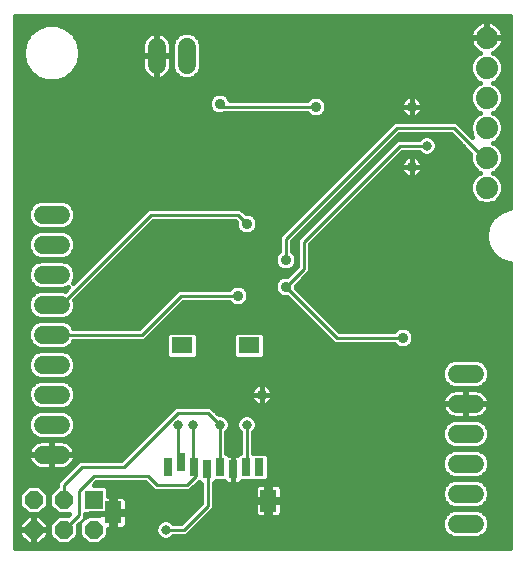
<source format=gbl>
G75*
G70*
%OFA0B0*%
%FSLAX24Y24*%
%IPPOS*%
%LPD*%
%AMOC8*
5,1,8,0,0,1.08239X$1,22.5*
%
%ADD10C,0.0740*%
%ADD11C,0.0600*%
%ADD12R,0.0709X0.0551*%
%ADD13R,0.0551X0.0748*%
%ADD14R,0.0315X0.0591*%
%ADD15R,0.0600X0.0600*%
%ADD16OC8,0.0600*%
%ADD17C,0.0160*%
%ADD18C,0.0356*%
%ADD19C,0.0100*%
%ADD20C,0.0320*%
D10*
X016780Y013390D03*
X016780Y014390D03*
X016780Y015390D03*
X016780Y016390D03*
X016780Y017390D03*
X016780Y018390D03*
D11*
X006780Y018090D02*
X006780Y017490D01*
X005780Y017490D02*
X005780Y018090D01*
X002580Y012490D02*
X001980Y012490D01*
X001980Y011490D02*
X002580Y011490D01*
X002580Y010490D02*
X001980Y010490D01*
X001980Y009490D02*
X002580Y009490D01*
X002580Y008490D02*
X001980Y008490D01*
X001980Y007490D02*
X002580Y007490D01*
X002580Y006490D02*
X001980Y006490D01*
X001980Y005490D02*
X002580Y005490D01*
X002580Y004490D02*
X001980Y004490D01*
X015780Y004190D02*
X016380Y004190D01*
X016380Y005190D02*
X015780Y005190D01*
X015780Y006190D02*
X016380Y006190D01*
X016380Y007190D02*
X015780Y007190D01*
X015780Y003190D02*
X016380Y003190D01*
X016380Y002190D02*
X015780Y002190D01*
D12*
X008873Y008132D03*
X006629Y008132D03*
D13*
X009503Y002955D03*
X004326Y002561D03*
D14*
X006160Y004077D03*
X006593Y004234D03*
X007026Y004077D03*
X007460Y003998D03*
X007893Y004077D03*
X008326Y003998D03*
X008759Y004077D03*
X009192Y004077D03*
D15*
X003680Y002990D03*
D16*
X002680Y002990D03*
X001680Y002990D03*
X001680Y001990D03*
X002680Y001990D03*
X003680Y001990D03*
D17*
X001060Y001370D02*
X001060Y019106D01*
X017570Y019106D01*
X017570Y012699D01*
X017519Y012699D01*
X017216Y012589D01*
X016969Y012382D01*
X016808Y012103D01*
X016752Y011786D01*
X016808Y011468D01*
X016969Y011189D01*
X017216Y010982D01*
X017519Y010872D01*
X017570Y010872D01*
X017570Y001370D01*
X001060Y001370D01*
X001060Y001448D02*
X017570Y001448D01*
X017570Y001607D02*
X003976Y001607D01*
X003879Y001510D02*
X004160Y001791D01*
X004160Y002007D01*
X004268Y002007D01*
X004268Y002503D01*
X004383Y002503D01*
X004383Y002007D01*
X004625Y002007D01*
X004671Y002020D01*
X004712Y002043D01*
X004745Y002077D01*
X004769Y002118D01*
X004781Y002164D01*
X004781Y002503D01*
X004383Y002503D01*
X004383Y002619D01*
X004268Y002619D01*
X004268Y003115D01*
X004160Y003115D01*
X004160Y003364D01*
X004055Y003470D01*
X003685Y003470D01*
X003775Y003560D01*
X005385Y003560D01*
X005550Y003394D01*
X005685Y003260D01*
X006875Y003260D01*
X007183Y003567D01*
X007227Y003523D01*
X007250Y003523D01*
X007250Y002885D01*
X006585Y002220D01*
X006331Y002220D01*
X006273Y002278D01*
X006148Y002330D01*
X006012Y002330D01*
X005887Y002278D01*
X005792Y002182D01*
X005740Y002057D01*
X005740Y001922D01*
X005792Y001797D01*
X005887Y001701D01*
X006012Y001650D01*
X006148Y001650D01*
X006273Y001701D01*
X006331Y001760D01*
X006775Y001760D01*
X006910Y001894D01*
X007575Y002560D01*
X007710Y002694D01*
X007710Y003541D01*
X007770Y003602D01*
X008019Y003602D01*
X008024Y003592D01*
X008058Y003559D01*
X008099Y003535D01*
X008144Y003523D01*
X008326Y003523D01*
X008507Y003523D01*
X008553Y003535D01*
X008594Y003559D01*
X008627Y003592D01*
X008633Y003602D01*
X009424Y003602D01*
X009529Y003707D01*
X009529Y004447D01*
X009424Y004552D01*
X009010Y004552D01*
X009010Y005239D01*
X009068Y005297D01*
X009120Y005422D01*
X009120Y005557D01*
X009068Y005682D01*
X008973Y005778D01*
X008848Y005830D01*
X008712Y005830D01*
X008587Y005778D01*
X008492Y005682D01*
X008440Y005557D01*
X008440Y005422D01*
X008492Y005297D01*
X008550Y005239D01*
X008550Y004552D01*
X008527Y004552D01*
X008448Y004474D01*
X008326Y004474D01*
X008326Y003998D01*
X008326Y003523D01*
X008326Y003998D01*
X008326Y003998D01*
X008326Y003998D01*
X008326Y004474D01*
X008203Y004474D01*
X008125Y004552D01*
X008110Y004552D01*
X008110Y005239D01*
X008168Y005297D01*
X008220Y005422D01*
X008220Y005557D01*
X008168Y005682D01*
X008073Y005778D01*
X007948Y005830D01*
X007865Y005830D01*
X007575Y006120D01*
X007385Y006120D01*
X006575Y006120D01*
X006385Y006120D01*
X004585Y004320D01*
X003185Y004320D01*
X003050Y004185D01*
X002450Y003585D01*
X002450Y003438D01*
X002200Y003188D01*
X002200Y002791D01*
X002481Y002510D01*
X002875Y002510D01*
X002835Y002470D01*
X002481Y002470D01*
X002200Y002188D01*
X002200Y001791D01*
X002481Y001510D01*
X002879Y001510D01*
X003160Y001791D01*
X003160Y002144D01*
X003200Y002184D01*
X003200Y001791D01*
X003481Y001510D01*
X003879Y001510D01*
X004134Y001765D02*
X005824Y001765D01*
X005740Y001924D02*
X004160Y001924D01*
X004268Y002082D02*
X004383Y002082D01*
X004383Y002241D02*
X004268Y002241D01*
X004268Y002399D02*
X004383Y002399D01*
X004268Y002503D02*
X003870Y002503D01*
X003870Y002470D01*
X003481Y002470D01*
X003410Y002398D01*
X003410Y002510D01*
X004055Y002510D01*
X004160Y002615D01*
X004160Y002619D01*
X004268Y002619D01*
X004268Y002503D01*
X004268Y002558D02*
X004103Y002558D01*
X004268Y002716D02*
X004383Y002716D01*
X004383Y002619D02*
X004383Y003115D01*
X004625Y003115D01*
X004671Y003103D01*
X004712Y003079D01*
X004745Y003046D01*
X004769Y003005D01*
X004781Y002959D01*
X004781Y002619D01*
X004383Y002619D01*
X004383Y002558D02*
X006923Y002558D01*
X007081Y002716D02*
X004781Y002716D01*
X004781Y002875D02*
X007240Y002875D01*
X007250Y003033D02*
X004753Y003033D01*
X004383Y003033D02*
X004268Y003033D01*
X004268Y002875D02*
X004383Y002875D01*
X004160Y003192D02*
X007250Y003192D01*
X007250Y003350D02*
X006966Y003350D01*
X007124Y003509D02*
X007250Y003509D01*
X007710Y003509D02*
X009202Y003509D01*
X009204Y003509D02*
X009158Y003497D01*
X009117Y003473D01*
X009083Y003439D01*
X009060Y003398D01*
X009047Y003353D01*
X009047Y003013D01*
X009445Y003013D01*
X009445Y003509D01*
X009204Y003509D01*
X009047Y003350D02*
X007710Y003350D01*
X007710Y003192D02*
X009047Y003192D01*
X009047Y003033D02*
X007710Y003033D01*
X007710Y002875D02*
X009047Y002875D01*
X009047Y002897D02*
X009047Y002557D01*
X009060Y002511D01*
X009083Y002470D01*
X009117Y002437D01*
X009158Y002413D01*
X009204Y002401D01*
X009445Y002401D01*
X009445Y002897D01*
X009561Y002897D01*
X009561Y003013D01*
X009958Y003013D01*
X009958Y003353D01*
X009946Y003398D01*
X009922Y003439D01*
X009889Y003473D01*
X009848Y003497D01*
X009802Y003509D01*
X009561Y003509D01*
X009561Y003013D01*
X009445Y003013D01*
X009445Y002897D01*
X009047Y002897D01*
X009047Y002716D02*
X007710Y002716D01*
X007573Y002558D02*
X009047Y002558D01*
X009445Y002558D02*
X009561Y002558D01*
X009561Y002401D02*
X009802Y002401D01*
X009848Y002413D01*
X009889Y002437D01*
X009922Y002470D01*
X009946Y002511D01*
X009958Y002557D01*
X009958Y002897D01*
X009561Y002897D01*
X009561Y002401D01*
X009561Y002716D02*
X009445Y002716D01*
X009445Y002875D02*
X009561Y002875D01*
X009561Y003033D02*
X009445Y003033D01*
X009445Y003192D02*
X009561Y003192D01*
X009561Y003350D02*
X009445Y003350D01*
X009445Y003509D02*
X009561Y003509D01*
X009489Y003667D02*
X015678Y003667D01*
X015685Y003670D02*
X015508Y003597D01*
X015373Y003462D01*
X015300Y003285D01*
X015300Y003094D01*
X015373Y002918D01*
X015508Y002783D01*
X015685Y002710D01*
X016475Y002710D01*
X016652Y002783D01*
X016787Y002918D01*
X016860Y003094D01*
X016860Y003285D01*
X016787Y003462D01*
X016652Y003597D01*
X016475Y003670D01*
X015685Y003670D01*
X015685Y003710D02*
X015508Y003783D01*
X015373Y003918D01*
X015300Y004094D01*
X015300Y004285D01*
X015373Y004462D01*
X015508Y004597D01*
X015685Y004670D01*
X016475Y004670D01*
X016652Y004597D01*
X016787Y004462D01*
X016860Y004285D01*
X016860Y004094D01*
X016787Y003918D01*
X016652Y003783D01*
X016475Y003710D01*
X015685Y003710D01*
X015465Y003826D02*
X009529Y003826D01*
X009529Y003984D02*
X015346Y003984D01*
X015300Y004143D02*
X009529Y004143D01*
X009529Y004301D02*
X015307Y004301D01*
X015372Y004460D02*
X009517Y004460D01*
X009010Y004618D02*
X015560Y004618D01*
X015685Y004710D02*
X015508Y004783D01*
X015373Y004918D01*
X015300Y005094D01*
X015300Y005285D01*
X015373Y005462D01*
X015508Y005597D01*
X015685Y005670D01*
X016475Y005670D01*
X016652Y005597D01*
X016787Y005462D01*
X016860Y005285D01*
X016860Y005094D01*
X016787Y004918D01*
X016652Y004783D01*
X016475Y004710D01*
X015685Y004710D01*
X015523Y004777D02*
X009010Y004777D01*
X009010Y004935D02*
X015366Y004935D01*
X015300Y005094D02*
X009010Y005094D01*
X009023Y005252D02*
X015300Y005252D01*
X015352Y005411D02*
X009115Y005411D01*
X009115Y005569D02*
X015481Y005569D01*
X015596Y005745D02*
X015668Y005721D01*
X015742Y005710D01*
X016060Y005710D01*
X016060Y006170D01*
X015300Y006170D01*
X015300Y006152D01*
X015312Y006077D01*
X015335Y006005D01*
X015369Y005938D01*
X015414Y005877D01*
X015467Y005823D01*
X015528Y005779D01*
X015596Y005745D01*
X015649Y005728D02*
X009023Y005728D01*
X009176Y006145D02*
X009245Y006131D01*
X009280Y006131D01*
X009315Y006131D01*
X009384Y006145D01*
X009450Y006172D01*
X009508Y006211D01*
X009558Y006261D01*
X009597Y006320D01*
X009624Y006385D01*
X009638Y006454D01*
X009638Y006490D01*
X009638Y006525D01*
X009624Y006594D01*
X009597Y006659D01*
X009558Y006718D01*
X009508Y006768D01*
X009450Y006807D01*
X009384Y006834D01*
X009315Y006848D01*
X009280Y006848D01*
X009245Y006848D01*
X009176Y006834D01*
X009110Y006807D01*
X009052Y006768D01*
X009002Y006718D01*
X008963Y006659D01*
X008936Y006594D01*
X008922Y006525D01*
X008922Y006490D01*
X009280Y006490D01*
X009280Y006848D01*
X009280Y006490D01*
X009280Y006490D01*
X009638Y006490D01*
X009280Y006490D01*
X009280Y006490D01*
X009280Y006490D01*
X008922Y006490D01*
X008922Y006454D01*
X008936Y006385D01*
X008963Y006320D01*
X009002Y006261D01*
X009052Y006211D01*
X009110Y006172D01*
X009176Y006145D01*
X009280Y006131D02*
X009280Y006490D01*
X009280Y006131D01*
X009280Y006203D02*
X009280Y006203D01*
X009280Y006362D02*
X009280Y006362D01*
X009280Y006490D02*
X009280Y006490D01*
X009280Y006520D02*
X009280Y006520D01*
X009280Y006679D02*
X009280Y006679D01*
X009280Y006837D02*
X009280Y006837D01*
X009369Y006837D02*
X015454Y006837D01*
X015508Y006783D02*
X015685Y006710D01*
X016475Y006710D01*
X016652Y006783D01*
X016787Y006918D01*
X016860Y007094D01*
X016860Y007285D01*
X016787Y007462D01*
X016652Y007597D01*
X016475Y007670D01*
X015685Y007670D01*
X015508Y007597D01*
X015373Y007462D01*
X015300Y007285D01*
X015300Y007094D01*
X015373Y006918D01*
X015508Y006783D01*
X015596Y006634D02*
X015528Y006600D01*
X015467Y006556D01*
X015414Y006502D01*
X015369Y006441D01*
X015335Y006374D01*
X015312Y006302D01*
X015300Y006227D01*
X015300Y006210D01*
X016060Y006210D01*
X016060Y006670D01*
X015742Y006670D01*
X015668Y006658D01*
X015596Y006634D01*
X015432Y006520D02*
X009638Y006520D01*
X009615Y006362D02*
X015331Y006362D01*
X015322Y006045D02*
X007650Y006045D01*
X007809Y005886D02*
X015407Y005886D01*
X016060Y005886D02*
X016100Y005886D01*
X016100Y005728D02*
X016060Y005728D01*
X016100Y005710D02*
X016418Y005710D01*
X016492Y005721D01*
X016564Y005745D01*
X016632Y005779D01*
X016693Y005823D01*
X016746Y005877D01*
X016791Y005938D01*
X016825Y006005D01*
X016848Y006077D01*
X016860Y006152D01*
X016860Y006170D01*
X016100Y006170D01*
X016100Y006210D01*
X016060Y006210D01*
X016060Y006170D01*
X016100Y006170D01*
X016100Y005710D01*
X016100Y006045D02*
X016060Y006045D01*
X016060Y006203D02*
X009496Y006203D01*
X009064Y006203D02*
X002972Y006203D01*
X002987Y006218D02*
X003060Y006394D01*
X003060Y006585D01*
X002987Y006762D01*
X002852Y006897D01*
X002675Y006970D01*
X001885Y006970D01*
X001708Y006897D01*
X001573Y006762D01*
X001500Y006585D01*
X001500Y006394D01*
X001573Y006218D01*
X001708Y006083D01*
X001885Y006010D01*
X002675Y006010D01*
X002852Y006083D01*
X002987Y006218D01*
X003047Y006362D02*
X008945Y006362D01*
X008922Y006520D02*
X003060Y006520D01*
X003021Y006679D02*
X008976Y006679D01*
X009191Y006837D02*
X002911Y006837D01*
X002852Y007083D02*
X002675Y007010D01*
X001885Y007010D01*
X001708Y007083D01*
X001573Y007218D01*
X001500Y007394D01*
X001500Y007585D01*
X001573Y007762D01*
X001708Y007897D01*
X001885Y007970D01*
X002675Y007970D01*
X002852Y007897D01*
X002987Y007762D01*
X003060Y007585D01*
X003060Y007394D01*
X002987Y007218D01*
X002852Y007083D01*
X002923Y007154D02*
X015300Y007154D01*
X015311Y007313D02*
X003026Y007313D01*
X003060Y007471D02*
X015383Y007471D01*
X015588Y007630D02*
X003042Y007630D01*
X002960Y007788D02*
X006094Y007788D01*
X006094Y007782D02*
X006200Y007677D01*
X007058Y007677D01*
X007163Y007782D01*
X007163Y008482D01*
X007058Y008588D01*
X006200Y008588D01*
X006094Y008482D01*
X006094Y007782D01*
X006094Y007947D02*
X002731Y007947D01*
X002675Y008010D02*
X002852Y008083D01*
X002987Y008218D01*
X003004Y008260D01*
X005375Y008260D01*
X006675Y009560D01*
X008204Y009560D01*
X008277Y009486D01*
X008409Y009431D01*
X008551Y009431D01*
X008683Y009486D01*
X008784Y009587D01*
X008838Y009718D01*
X008838Y009861D01*
X008784Y009992D01*
X008683Y010093D01*
X008551Y010148D01*
X008409Y010148D01*
X008277Y010093D01*
X008204Y010020D01*
X006485Y010020D01*
X006350Y009885D01*
X005185Y008720D01*
X003004Y008720D01*
X002987Y008762D01*
X002852Y008897D01*
X002675Y008970D01*
X001885Y008970D01*
X001708Y008897D01*
X001573Y008762D01*
X001500Y008585D01*
X001500Y008394D01*
X001573Y008218D01*
X001708Y008083D01*
X001885Y008010D01*
X002675Y008010D01*
X002874Y008105D02*
X006094Y008105D01*
X006094Y008264D02*
X005379Y008264D01*
X005538Y008422D02*
X006094Y008422D01*
X006193Y008581D02*
X005696Y008581D01*
X005855Y008739D02*
X011105Y008739D01*
X010947Y008898D02*
X006013Y008898D01*
X006172Y009056D02*
X010788Y009056D01*
X010630Y009215D02*
X006330Y009215D01*
X006489Y009373D02*
X010471Y009373D01*
X010313Y009532D02*
X008728Y009532D01*
X008826Y009690D02*
X010154Y009690D01*
X010113Y009731D02*
X011685Y008160D01*
X013704Y008160D01*
X013777Y008086D01*
X013909Y008031D01*
X014051Y008031D01*
X014183Y008086D01*
X014284Y008187D01*
X014338Y008318D01*
X014338Y008461D01*
X014284Y008592D01*
X014183Y008693D01*
X014051Y008748D01*
X013909Y008748D01*
X013777Y008693D01*
X013704Y008620D01*
X011875Y008620D01*
X010438Y010057D01*
X010438Y010122D01*
X010910Y010594D01*
X010910Y011494D01*
X013975Y014560D01*
X014529Y014560D01*
X014587Y014501D01*
X014712Y014450D01*
X014848Y014450D01*
X014973Y014501D01*
X015068Y014597D01*
X015120Y014722D01*
X015120Y014857D01*
X015068Y014982D01*
X014973Y015078D01*
X014848Y015130D01*
X014712Y015130D01*
X014587Y015078D01*
X014529Y015020D01*
X013785Y015020D01*
X010585Y011820D01*
X010450Y011685D01*
X010450Y010785D01*
X010113Y010448D01*
X010009Y010448D01*
X009877Y010393D01*
X009776Y010292D01*
X009722Y010161D01*
X009722Y010018D01*
X009776Y009887D01*
X009877Y009786D01*
X010009Y009731D01*
X010113Y009731D01*
X009815Y009849D02*
X008838Y009849D01*
X008769Y010007D02*
X009727Y010007D01*
X009724Y010166D02*
X003581Y010166D01*
X003740Y010324D02*
X009808Y010324D01*
X010148Y010483D02*
X003898Y010483D01*
X004057Y010641D02*
X009986Y010641D01*
X010009Y010631D02*
X010151Y010631D01*
X010283Y010686D01*
X010384Y010787D01*
X010438Y010918D01*
X010438Y011061D01*
X010384Y011192D01*
X010310Y011266D01*
X010310Y011594D01*
X013875Y015160D01*
X015585Y015160D01*
X016234Y014510D01*
X016230Y014499D01*
X016230Y014280D01*
X016314Y014078D01*
X016468Y013923D01*
X016550Y013890D01*
X016468Y013856D01*
X016314Y013701D01*
X016230Y013499D01*
X016230Y013280D01*
X016314Y013078D01*
X016468Y012923D01*
X016671Y012840D01*
X016889Y012840D01*
X017092Y012923D01*
X017246Y013078D01*
X017330Y013280D01*
X017330Y013499D01*
X017246Y013701D01*
X017092Y013856D01*
X017010Y013890D01*
X017092Y013923D01*
X017246Y014078D01*
X017330Y014280D01*
X017330Y014499D01*
X017246Y014701D01*
X017092Y014856D01*
X017010Y014890D01*
X017092Y014923D01*
X017246Y015078D01*
X017330Y015280D01*
X017330Y015499D01*
X017246Y015701D01*
X017092Y015856D01*
X017010Y015890D01*
X017092Y015923D01*
X017246Y016078D01*
X017330Y016280D01*
X017330Y016499D01*
X017246Y016701D01*
X017092Y016856D01*
X017010Y016890D01*
X017092Y016923D01*
X017246Y017078D01*
X017330Y017280D01*
X017330Y017499D01*
X017246Y017701D01*
X017092Y017856D01*
X017010Y017890D01*
X017068Y017919D01*
X017138Y017970D01*
X017200Y018031D01*
X017250Y018101D01*
X017290Y018178D01*
X017316Y018261D01*
X017330Y018346D01*
X017330Y018370D01*
X016800Y018370D01*
X016800Y018410D01*
X016760Y018410D01*
X016760Y018940D01*
X016737Y018940D01*
X016651Y018926D01*
X016569Y018899D01*
X016492Y018860D01*
X016422Y018809D01*
X016360Y018748D01*
X016310Y018678D01*
X016270Y018601D01*
X016244Y018518D01*
X016230Y018433D01*
X016230Y018410D01*
X016760Y018410D01*
X016760Y018370D01*
X016230Y018370D01*
X016230Y018346D01*
X016244Y018261D01*
X016270Y018178D01*
X016310Y018101D01*
X016360Y018031D01*
X016422Y017970D01*
X016492Y017919D01*
X016550Y017890D01*
X016468Y017856D01*
X016314Y017701D01*
X016230Y017499D01*
X016230Y017280D01*
X016314Y017078D01*
X016468Y016923D01*
X016550Y016890D01*
X016468Y016856D01*
X016314Y016701D01*
X016230Y016499D01*
X016230Y016280D01*
X016314Y016078D01*
X016468Y015923D01*
X016550Y015890D01*
X016468Y015856D01*
X016314Y015701D01*
X016230Y015499D01*
X016230Y015280D01*
X016312Y015083D01*
X015910Y015485D01*
X015775Y015620D01*
X013685Y015620D01*
X009985Y011920D01*
X009850Y011785D01*
X009850Y011266D01*
X009776Y011192D01*
X009722Y011061D01*
X009722Y010918D01*
X009776Y010787D01*
X009877Y010686D01*
X010009Y010631D01*
X010174Y010641D02*
X010306Y010641D01*
X010389Y010800D02*
X010450Y010800D01*
X010438Y010958D02*
X010450Y010958D01*
X010450Y011117D02*
X010415Y011117D01*
X010450Y011275D02*
X010310Y011275D01*
X010310Y011434D02*
X010450Y011434D01*
X010450Y011592D02*
X010310Y011592D01*
X010466Y011751D02*
X010516Y011751D01*
X010625Y011909D02*
X010674Y011909D01*
X010783Y012068D02*
X010833Y012068D01*
X010942Y012226D02*
X010991Y012226D01*
X011100Y012385D02*
X011150Y012385D01*
X011259Y012543D02*
X011308Y012543D01*
X011417Y012702D02*
X011467Y012702D01*
X011576Y012860D02*
X011625Y012860D01*
X011734Y013019D02*
X011784Y013019D01*
X011893Y013177D02*
X011942Y013177D01*
X012051Y013336D02*
X012101Y013336D01*
X012210Y013494D02*
X012259Y013494D01*
X012368Y013653D02*
X012418Y013653D01*
X012527Y013811D02*
X012576Y013811D01*
X012685Y013970D02*
X012735Y013970D01*
X012844Y014128D02*
X012893Y014128D01*
X013002Y014287D02*
X013052Y014287D01*
X013161Y014445D02*
X013210Y014445D01*
X013319Y014604D02*
X013369Y014604D01*
X013478Y014762D02*
X013527Y014762D01*
X013636Y014921D02*
X013686Y014921D01*
X013795Y015079D02*
X014591Y015079D01*
X014969Y015079D02*
X015665Y015079D01*
X015824Y014921D02*
X015094Y014921D01*
X015120Y014762D02*
X015982Y014762D01*
X016141Y014604D02*
X015071Y014604D01*
X014579Y014287D02*
X016230Y014287D01*
X016230Y014445D02*
X014328Y014445D01*
X014315Y014448D02*
X014280Y014448D01*
X014245Y014448D01*
X014176Y014434D01*
X014110Y014407D01*
X014052Y014368D01*
X014002Y014318D01*
X013963Y014259D01*
X013936Y014194D01*
X013922Y014125D01*
X013922Y014090D01*
X014280Y014090D01*
X014280Y014448D01*
X014280Y014090D01*
X014280Y014090D01*
X014638Y014090D01*
X014638Y014125D01*
X014624Y014194D01*
X014597Y014259D01*
X014558Y014318D01*
X014508Y014368D01*
X014450Y014407D01*
X014384Y014434D01*
X014315Y014448D01*
X014280Y014445D02*
X014280Y014445D01*
X014232Y014445D02*
X013861Y014445D01*
X013981Y014287D02*
X013702Y014287D01*
X013544Y014128D02*
X013923Y014128D01*
X013922Y014090D02*
X013922Y014054D01*
X013936Y013985D01*
X013963Y013920D01*
X014002Y013861D01*
X014052Y013811D01*
X013227Y013811D01*
X013385Y013970D02*
X013942Y013970D01*
X013922Y014090D02*
X014280Y014090D01*
X014280Y014090D01*
X014280Y014090D01*
X014638Y014090D01*
X014638Y014054D01*
X014624Y013985D01*
X014597Y013920D01*
X014558Y013861D01*
X014508Y013811D01*
X016424Y013811D01*
X016422Y013970D02*
X014618Y013970D01*
X014637Y014128D02*
X016293Y014128D01*
X016294Y013653D02*
X013068Y013653D01*
X012910Y013494D02*
X016230Y013494D01*
X016230Y013336D02*
X014476Y013336D01*
X014484Y013334D02*
X014415Y013348D01*
X014380Y013348D01*
X014345Y013348D01*
X014276Y013334D01*
X014210Y013307D01*
X014152Y013268D01*
X014102Y013218D01*
X014063Y013159D01*
X014036Y013094D01*
X014022Y013025D01*
X014022Y012990D01*
X014380Y012990D01*
X014380Y013348D01*
X014380Y012990D01*
X014380Y012990D01*
X014380Y012990D01*
X014738Y012990D01*
X014738Y013025D01*
X014724Y013094D01*
X014697Y013159D01*
X014658Y013218D01*
X014608Y013268D01*
X014550Y013307D01*
X014484Y013334D01*
X014380Y013336D02*
X014380Y013336D01*
X014284Y013336D02*
X013076Y013336D01*
X013084Y013334D02*
X013015Y013348D01*
X012980Y013348D01*
X012945Y013348D01*
X012876Y013334D01*
X012810Y013307D01*
X012752Y013268D01*
X012702Y013218D01*
X012663Y013159D01*
X012636Y013094D01*
X012622Y013025D01*
X012622Y012990D01*
X012980Y012990D01*
X012980Y013348D01*
X012980Y012990D01*
X012980Y012990D01*
X012980Y012990D01*
X013338Y012990D01*
X013338Y013025D01*
X013324Y013094D01*
X013297Y013159D01*
X013258Y013218D01*
X013208Y013268D01*
X013150Y013307D01*
X013084Y013334D01*
X012980Y013336D02*
X012980Y013336D01*
X012884Y013336D02*
X012751Y013336D01*
X012675Y013177D02*
X012593Y013177D01*
X012622Y013019D02*
X012434Y013019D01*
X012622Y012990D02*
X012622Y012954D01*
X012636Y012885D01*
X012663Y012820D01*
X012702Y012761D01*
X012752Y012711D01*
X012810Y012672D01*
X012876Y012645D01*
X012904Y012640D01*
X012876Y012634D01*
X012810Y012607D01*
X012752Y012568D01*
X012702Y012518D01*
X012663Y012459D01*
X012636Y012394D01*
X012622Y012325D01*
X012622Y012290D01*
X012980Y012290D01*
X012980Y012648D01*
X012980Y012990D01*
X012980Y012990D01*
X012622Y012990D01*
X012646Y012860D02*
X012276Y012860D01*
X012117Y012702D02*
X012766Y012702D01*
X012727Y012543D02*
X011959Y012543D01*
X011800Y012385D02*
X012634Y012385D01*
X012622Y012290D02*
X012622Y012254D01*
X012636Y012185D01*
X012663Y012120D01*
X012702Y012061D01*
X012752Y012011D01*
X012810Y011972D01*
X012876Y011945D01*
X012904Y011940D01*
X012876Y011934D01*
X012810Y011907D01*
X012752Y011868D01*
X012702Y011818D01*
X012663Y011759D01*
X012636Y011694D01*
X012622Y011625D01*
X012622Y011590D01*
X012980Y011590D01*
X012980Y011931D01*
X012980Y012290D01*
X012980Y012290D01*
X012980Y012990D01*
X013338Y012990D01*
X013338Y012954D01*
X013324Y012885D01*
X013297Y012820D01*
X013258Y012761D01*
X013208Y012711D01*
X013150Y012672D01*
X013084Y012645D01*
X013056Y012640D01*
X013084Y012634D01*
X013150Y012607D01*
X013208Y012568D01*
X013258Y012518D01*
X013297Y012459D01*
X013324Y012394D01*
X013338Y012325D01*
X013338Y012290D01*
X012980Y012290D01*
X012980Y012290D01*
X012980Y012290D01*
X012622Y012290D01*
X012628Y012226D02*
X011642Y012226D01*
X011483Y012068D02*
X012698Y012068D01*
X012816Y011909D02*
X011325Y011909D01*
X011166Y011751D02*
X012659Y011751D01*
X012622Y011592D02*
X011008Y011592D01*
X010910Y011434D02*
X012657Y011434D01*
X012663Y011420D02*
X012702Y011361D01*
X012752Y011311D01*
X012810Y011272D01*
X012876Y011245D01*
X012904Y011240D01*
X012876Y011234D01*
X012810Y011207D01*
X012752Y011168D01*
X012702Y011118D01*
X012663Y011059D01*
X012636Y010994D01*
X012622Y010925D01*
X012622Y010890D01*
X012980Y010890D01*
X012980Y011248D01*
X012980Y011590D01*
X012980Y011590D01*
X012980Y012290D01*
X013338Y012290D01*
X013338Y012254D01*
X013324Y012185D01*
X013297Y012120D01*
X013258Y012061D01*
X013208Y012011D01*
X013150Y011972D01*
X013084Y011945D01*
X013056Y011940D01*
X013084Y011934D01*
X013150Y011907D01*
X013208Y011868D01*
X013258Y011818D01*
X013297Y011759D01*
X013324Y011694D01*
X013338Y011625D01*
X013338Y011590D01*
X012980Y011590D01*
X012980Y011590D01*
X012980Y011590D01*
X012622Y011590D01*
X012622Y011554D01*
X012636Y011485D01*
X012663Y011420D01*
X012806Y011275D02*
X010910Y011275D01*
X010910Y011117D02*
X012701Y011117D01*
X012629Y010958D02*
X010910Y010958D01*
X010910Y010800D02*
X012633Y010800D01*
X012636Y010785D02*
X012663Y010720D01*
X012702Y010661D01*
X012752Y010611D01*
X012810Y010572D01*
X012876Y010545D01*
X012904Y010540D01*
X012876Y010534D01*
X012810Y010507D01*
X012752Y010468D01*
X012702Y010418D01*
X012663Y010359D01*
X012636Y010294D01*
X012622Y010225D01*
X012622Y010190D01*
X012980Y010190D01*
X012980Y010548D01*
X012980Y010890D01*
X012980Y010890D01*
X012980Y011590D01*
X013338Y011590D01*
X013338Y011554D01*
X013324Y011485D01*
X013297Y011420D01*
X013258Y011361D01*
X013208Y011311D01*
X013150Y011272D01*
X013084Y011245D01*
X013056Y011240D01*
X013084Y011234D01*
X013150Y011207D01*
X013208Y011168D01*
X013258Y011118D01*
X013297Y011059D01*
X013324Y010994D01*
X013338Y010925D01*
X013338Y010890D01*
X012980Y010890D01*
X012980Y010890D01*
X012980Y010890D01*
X012622Y010890D01*
X012622Y010854D01*
X012636Y010785D01*
X012722Y010641D02*
X010910Y010641D01*
X010798Y010483D02*
X012774Y010483D01*
X012648Y010324D02*
X010640Y010324D01*
X010481Y010166D02*
X012622Y010166D01*
X012622Y010154D02*
X012636Y010085D01*
X012663Y010020D01*
X012702Y009961D01*
X012752Y009911D01*
X012810Y009872D01*
X012876Y009845D01*
X012945Y009831D01*
X012980Y009831D01*
X013015Y009831D01*
X013084Y009845D01*
X013150Y009872D01*
X013208Y009911D01*
X013258Y009961D01*
X013297Y010020D01*
X013324Y010085D01*
X013338Y010154D01*
X013338Y010190D01*
X013338Y010225D01*
X013324Y010294D01*
X013297Y010359D01*
X013258Y010418D01*
X013208Y010468D01*
X013150Y010507D01*
X013084Y010534D01*
X013056Y010540D01*
X013084Y010545D01*
X013150Y010572D01*
X013208Y010611D01*
X013258Y010661D01*
X013297Y010720D01*
X013324Y010785D01*
X013338Y010854D01*
X013338Y010890D01*
X012980Y010890D01*
X012980Y010190D01*
X012980Y010190D01*
X012980Y010190D01*
X013338Y010190D01*
X012980Y010190D01*
X012980Y010190D01*
X012622Y010190D01*
X012622Y010154D01*
X012671Y010007D02*
X010488Y010007D01*
X010646Y009849D02*
X012867Y009849D01*
X012980Y009849D02*
X012980Y009849D01*
X012980Y009831D02*
X012980Y010190D01*
X012980Y010190D01*
X012980Y009831D01*
X013093Y009849D02*
X014267Y009849D01*
X014276Y009845D02*
X014345Y009831D01*
X014380Y009831D01*
X014415Y009831D01*
X014484Y009845D01*
X014550Y009872D01*
X014608Y009911D01*
X014658Y009961D01*
X014697Y010020D01*
X014724Y010085D01*
X014738Y010154D01*
X014738Y010190D01*
X014738Y010225D01*
X014724Y010294D01*
X014697Y010359D01*
X014658Y010418D01*
X014608Y010468D01*
X014550Y010507D01*
X014484Y010534D01*
X014456Y010540D01*
X014484Y010545D01*
X014550Y010572D01*
X014608Y010611D01*
X014658Y010661D01*
X014697Y010720D01*
X014724Y010785D01*
X014738Y010854D01*
X014738Y010890D01*
X014738Y010925D01*
X014724Y010994D01*
X014697Y011059D01*
X014658Y011118D01*
X014608Y011168D01*
X014550Y011207D01*
X014484Y011234D01*
X014456Y011240D01*
X014484Y011245D01*
X014550Y011272D01*
X014608Y011311D01*
X014658Y011361D01*
X014697Y011420D01*
X014724Y011485D01*
X014738Y011554D01*
X014738Y011590D01*
X014738Y011625D01*
X014724Y011694D01*
X014697Y011759D01*
X014658Y011818D01*
X014608Y011868D01*
X014550Y011907D01*
X014484Y011934D01*
X014456Y011940D01*
X014484Y011945D01*
X014550Y011972D01*
X014608Y012011D01*
X014658Y012061D01*
X014697Y012120D01*
X014724Y012185D01*
X014738Y012254D01*
X014738Y012290D01*
X014738Y012325D01*
X014724Y012394D01*
X014697Y012459D01*
X014658Y012518D01*
X014608Y012568D01*
X014550Y012607D01*
X014484Y012634D01*
X014456Y012640D01*
X014484Y012645D01*
X014550Y012672D01*
X014608Y012711D01*
X014658Y012761D01*
X014697Y012820D01*
X014724Y012885D01*
X014738Y012954D01*
X014738Y012990D01*
X014380Y012990D01*
X014380Y012990D01*
X014022Y012990D01*
X014022Y012954D01*
X014036Y012885D01*
X014063Y012820D01*
X014102Y012761D01*
X014152Y012711D01*
X014210Y012672D01*
X014276Y012645D01*
X014304Y012640D01*
X014276Y012634D01*
X014210Y012607D01*
X014152Y012568D01*
X014102Y012518D01*
X014063Y012459D01*
X014036Y012394D01*
X014022Y012325D01*
X014022Y012290D01*
X014380Y012290D01*
X014380Y012631D01*
X014380Y012990D01*
X014380Y012290D01*
X014380Y012290D01*
X014380Y012290D01*
X014738Y012290D01*
X014380Y012290D01*
X014380Y012290D01*
X014022Y012290D01*
X014022Y012254D01*
X014036Y012185D01*
X014063Y012120D01*
X014102Y012061D01*
X014152Y012011D01*
X014210Y011972D01*
X014276Y011945D01*
X014304Y011940D01*
X014276Y011934D01*
X014210Y011907D01*
X014152Y011868D01*
X014102Y011818D01*
X014063Y011759D01*
X014036Y011694D01*
X014022Y011625D01*
X014022Y011590D01*
X014380Y011590D01*
X014380Y011931D01*
X014380Y012290D01*
X014380Y011590D01*
X014380Y011590D01*
X014380Y011590D01*
X014738Y011590D01*
X014380Y011590D01*
X014380Y011590D01*
X014022Y011590D01*
X014022Y011554D01*
X014036Y011485D01*
X014063Y011420D01*
X014102Y011361D01*
X014152Y011311D01*
X014210Y011272D01*
X014276Y011245D01*
X014304Y011240D01*
X014276Y011234D01*
X014210Y011207D01*
X014152Y011168D01*
X014102Y011118D01*
X014063Y011059D01*
X014036Y010994D01*
X014022Y010925D01*
X014022Y010890D01*
X014380Y010890D01*
X014380Y011248D01*
X014380Y011590D01*
X014380Y010890D01*
X014380Y010890D01*
X014380Y010890D01*
X014738Y010890D01*
X014380Y010890D01*
X014380Y010890D01*
X014022Y010890D01*
X014022Y010854D01*
X014036Y010785D01*
X014063Y010720D01*
X014102Y010661D01*
X014152Y010611D01*
X014210Y010572D01*
X014276Y010545D01*
X014304Y010540D01*
X014276Y010534D01*
X014210Y010507D01*
X014152Y010468D01*
X014102Y010418D01*
X014063Y010359D01*
X014036Y010294D01*
X014022Y010225D01*
X014022Y010190D01*
X014380Y010190D01*
X014380Y010548D01*
X014380Y010890D01*
X014380Y010190D01*
X014380Y010190D01*
X014380Y010190D01*
X014738Y010190D01*
X014380Y010190D01*
X014380Y010190D01*
X014022Y010190D01*
X014022Y010154D01*
X014036Y010085D01*
X014063Y010020D01*
X014102Y009961D01*
X014152Y009911D01*
X014210Y009872D01*
X014276Y009845D01*
X014380Y009849D02*
X014380Y009849D01*
X014380Y009831D02*
X014380Y010190D01*
X014380Y010190D01*
X014380Y009831D01*
X014493Y009849D02*
X015927Y009849D01*
X015922Y009825D02*
X015922Y009790D01*
X016280Y009790D01*
X016280Y010148D01*
X016245Y010148D01*
X016176Y010134D01*
X016110Y010107D01*
X016052Y010068D01*
X016002Y010018D01*
X015963Y009959D01*
X015936Y009894D01*
X015922Y009825D01*
X015922Y009790D02*
X015922Y009754D01*
X015936Y009685D01*
X015963Y009620D01*
X016002Y009561D01*
X016024Y009540D01*
X016002Y009518D01*
X015963Y009459D01*
X015936Y009394D01*
X015922Y009325D01*
X015922Y009290D01*
X016280Y009290D01*
X016280Y009431D01*
X016280Y009790D01*
X016280Y009790D01*
X016280Y010148D01*
X016315Y010148D01*
X016384Y010134D01*
X016450Y010107D01*
X016508Y010068D01*
X016558Y010018D01*
X016597Y009959D01*
X016624Y009894D01*
X016638Y009825D01*
X016638Y009790D01*
X016280Y009790D01*
X016280Y009790D01*
X016280Y009790D01*
X015922Y009790D01*
X015935Y009690D02*
X010805Y009690D01*
X010963Y009532D02*
X016016Y009532D01*
X015931Y009373D02*
X011122Y009373D01*
X011280Y009215D02*
X015930Y009215D01*
X015936Y009185D02*
X015922Y009254D01*
X015922Y009290D01*
X016280Y009290D01*
X016280Y009290D01*
X016280Y009790D01*
X016638Y009790D01*
X016638Y009754D01*
X016624Y009685D01*
X016597Y009620D01*
X016558Y009561D01*
X016536Y009540D01*
X016558Y009518D01*
X016597Y009459D01*
X016624Y009394D01*
X016638Y009325D01*
X016638Y009290D01*
X016280Y009290D01*
X016280Y009290D01*
X016280Y009290D01*
X016638Y009290D01*
X016638Y009254D01*
X016624Y009185D01*
X016597Y009120D01*
X016558Y009061D01*
X016508Y009011D01*
X016450Y008972D01*
X016384Y008945D01*
X016315Y008931D01*
X016280Y008931D01*
X016280Y009290D01*
X016280Y009290D01*
X016280Y008931D01*
X016245Y008931D01*
X016176Y008945D01*
X016110Y008972D01*
X016052Y009011D01*
X016002Y009061D01*
X015963Y009120D01*
X015936Y009185D01*
X016007Y009056D02*
X011439Y009056D01*
X011597Y008898D02*
X017570Y008898D01*
X017570Y009056D02*
X016553Y009056D01*
X016630Y009215D02*
X017570Y009215D01*
X017570Y009373D02*
X016629Y009373D01*
X016544Y009532D02*
X017570Y009532D01*
X017570Y009690D02*
X016625Y009690D01*
X016633Y009849D02*
X017570Y009849D01*
X017570Y010007D02*
X016565Y010007D01*
X016280Y010007D02*
X016280Y010007D01*
X016280Y009849D02*
X016280Y009849D01*
X016280Y009790D02*
X016280Y009790D01*
X016280Y009690D02*
X016280Y009690D01*
X016280Y009532D02*
X016280Y009532D01*
X016280Y009373D02*
X016280Y009373D01*
X016280Y009215D02*
X016280Y009215D01*
X016280Y009056D02*
X016280Y009056D01*
X015995Y010007D02*
X014689Y010007D01*
X014738Y010166D02*
X017570Y010166D01*
X017570Y010324D02*
X014712Y010324D01*
X014586Y010483D02*
X017570Y010483D01*
X017570Y010641D02*
X016538Y010641D01*
X016558Y010661D02*
X016597Y010720D01*
X016624Y010785D01*
X016638Y010854D01*
X016638Y010890D01*
X016638Y010925D01*
X016624Y010994D01*
X016597Y011059D01*
X016558Y011118D01*
X016536Y011140D01*
X016558Y011161D01*
X016597Y011220D01*
X016624Y011285D01*
X016638Y011354D01*
X016638Y011390D01*
X016638Y011425D01*
X016624Y011494D01*
X016597Y011559D01*
X016558Y011618D01*
X016536Y011640D01*
X016558Y011661D01*
X016597Y011720D01*
X016624Y011785D01*
X016638Y011854D01*
X016638Y011890D01*
X016638Y011925D01*
X016624Y011994D01*
X016597Y012059D01*
X016558Y012118D01*
X016536Y012140D01*
X016558Y012161D01*
X016597Y012220D01*
X016624Y012285D01*
X016638Y012354D01*
X016638Y012390D01*
X016638Y012425D01*
X016624Y012494D01*
X016597Y012559D01*
X016558Y012618D01*
X016508Y012668D01*
X016450Y012707D01*
X016384Y012734D01*
X016315Y012748D01*
X016280Y012748D01*
X016245Y012748D01*
X016176Y012734D01*
X016110Y012707D01*
X016052Y012668D01*
X016002Y012618D01*
X015963Y012559D01*
X015936Y012494D01*
X015922Y012425D01*
X015922Y012390D01*
X016280Y012390D01*
X016280Y012748D01*
X016280Y012390D01*
X016280Y012390D01*
X016638Y012390D01*
X016280Y012390D01*
X016280Y012390D01*
X016280Y012390D01*
X015922Y012390D01*
X015922Y012354D01*
X015936Y012285D01*
X015963Y012220D01*
X016002Y012161D01*
X016024Y012140D01*
X016002Y012118D01*
X015963Y012059D01*
X015936Y011994D01*
X015922Y011925D01*
X015922Y011890D01*
X016280Y011890D01*
X016280Y012390D01*
X016280Y012031D01*
X016280Y011890D01*
X016280Y011890D01*
X016638Y011890D01*
X016280Y011890D01*
X016280Y011890D01*
X016280Y011890D01*
X015922Y011890D01*
X015922Y011854D01*
X015936Y011785D01*
X015963Y011720D01*
X016002Y011661D01*
X016024Y011640D01*
X016002Y011618D01*
X015963Y011559D01*
X015936Y011494D01*
X015922Y011425D01*
X015922Y011390D01*
X016280Y011390D01*
X016280Y011890D01*
X016280Y011531D01*
X016280Y011390D01*
X016280Y011390D01*
X016638Y011390D01*
X016280Y011390D01*
X016280Y011390D01*
X016280Y011390D01*
X015922Y011390D01*
X015922Y011354D01*
X015936Y011285D01*
X015963Y011220D01*
X016002Y011161D01*
X016024Y011140D01*
X016002Y011118D01*
X015963Y011059D01*
X015936Y010994D01*
X015922Y010925D01*
X015922Y010890D01*
X016280Y010890D01*
X016280Y011390D01*
X016280Y011031D01*
X016280Y010890D01*
X016280Y010890D01*
X016638Y010890D01*
X016280Y010890D01*
X016280Y010890D01*
X016280Y010890D01*
X015922Y010890D01*
X015922Y010854D01*
X015936Y010785D01*
X015963Y010720D01*
X016002Y010661D01*
X016052Y010611D01*
X016110Y010572D01*
X016176Y010545D01*
X016245Y010531D01*
X016280Y010531D01*
X016315Y010531D01*
X016384Y010545D01*
X016450Y010572D01*
X016508Y010611D01*
X016558Y010661D01*
X016627Y010800D02*
X017570Y010800D01*
X017282Y010958D02*
X016631Y010958D01*
X016559Y011117D02*
X017056Y011117D01*
X016969Y011189D02*
X016969Y011189D01*
X016920Y011275D02*
X016620Y011275D01*
X016636Y011434D02*
X016828Y011434D01*
X016808Y011468D02*
X016808Y011468D01*
X016786Y011592D02*
X016575Y011592D01*
X016610Y011751D02*
X016758Y011751D01*
X016752Y011786D02*
X016752Y011786D01*
X016774Y011909D02*
X016638Y011909D01*
X016592Y012068D02*
X016802Y012068D01*
X016808Y012103D02*
X016808Y012103D01*
X016879Y012226D02*
X016600Y012226D01*
X016638Y012385D02*
X016972Y012385D01*
X016969Y012382D02*
X016969Y012382D01*
X016969Y012382D01*
X017161Y012543D02*
X016604Y012543D01*
X016458Y012702D02*
X017570Y012702D01*
X017570Y012860D02*
X016939Y012860D01*
X017187Y013019D02*
X017570Y013019D01*
X017570Y013177D02*
X017287Y013177D01*
X017330Y013336D02*
X017570Y013336D01*
X017570Y013494D02*
X017330Y013494D01*
X017266Y013653D02*
X017570Y013653D01*
X017570Y013811D02*
X017136Y013811D01*
X017138Y013970D02*
X017570Y013970D01*
X017570Y014128D02*
X017267Y014128D01*
X017330Y014287D02*
X017570Y014287D01*
X017570Y014445D02*
X017330Y014445D01*
X017287Y014604D02*
X017570Y014604D01*
X017570Y014762D02*
X017185Y014762D01*
X017085Y014921D02*
X017570Y014921D01*
X017570Y015079D02*
X017247Y015079D01*
X017312Y015238D02*
X017570Y015238D01*
X017570Y015396D02*
X017330Y015396D01*
X017307Y015555D02*
X017570Y015555D01*
X017570Y015713D02*
X017234Y015713D01*
X017054Y015872D02*
X017570Y015872D01*
X017570Y016030D02*
X017198Y016030D01*
X017292Y016189D02*
X017570Y016189D01*
X017570Y016347D02*
X017330Y016347D01*
X017327Y016506D02*
X017570Y016506D01*
X017570Y016664D02*
X017262Y016664D01*
X017125Y016823D02*
X017570Y016823D01*
X017570Y016981D02*
X017149Y016981D01*
X017272Y017140D02*
X017570Y017140D01*
X017570Y017298D02*
X017330Y017298D01*
X017330Y017457D02*
X017570Y017457D01*
X017570Y017615D02*
X017282Y017615D01*
X017174Y017774D02*
X017570Y017774D01*
X017570Y017932D02*
X017086Y017932D01*
X017243Y018091D02*
X017570Y018091D01*
X017570Y018249D02*
X017313Y018249D01*
X017330Y018410D02*
X017330Y018433D01*
X017316Y018518D01*
X017290Y018601D01*
X017250Y018678D01*
X017200Y018748D01*
X017138Y018809D01*
X017068Y018860D01*
X016991Y018899D01*
X016909Y018926D01*
X016823Y018940D01*
X016800Y018940D01*
X016800Y018410D01*
X017330Y018410D01*
X017301Y018566D02*
X017570Y018566D01*
X017570Y018408D02*
X016800Y018408D01*
X016760Y018408D02*
X007141Y018408D01*
X007187Y018362D02*
X007052Y018497D01*
X006875Y018570D01*
X006685Y018570D01*
X006508Y018497D01*
X006373Y018362D01*
X006300Y018185D01*
X006300Y017394D01*
X006373Y017218D01*
X006508Y017083D01*
X006685Y017010D01*
X006875Y017010D01*
X007052Y017083D01*
X007187Y017218D01*
X007260Y017394D01*
X007260Y018185D01*
X007187Y018362D01*
X007233Y018249D02*
X016247Y018249D01*
X016317Y018091D02*
X007260Y018091D01*
X007260Y017932D02*
X016474Y017932D01*
X016386Y017774D02*
X007260Y017774D01*
X007260Y017615D02*
X016278Y017615D01*
X016230Y017457D02*
X007260Y017457D01*
X007220Y017298D02*
X016230Y017298D01*
X016288Y017140D02*
X007109Y017140D01*
X006451Y017140D02*
X006109Y017140D01*
X006093Y017123D02*
X006146Y017177D01*
X006191Y017238D01*
X006225Y017305D01*
X006248Y017377D01*
X006260Y017452D01*
X006260Y017770D01*
X005800Y017770D01*
X005800Y017810D01*
X005760Y017810D01*
X005760Y018570D01*
X005742Y018570D01*
X005668Y018558D01*
X005596Y018534D01*
X005528Y018500D01*
X005467Y018456D01*
X005414Y018402D01*
X005369Y018341D01*
X005335Y018274D01*
X005312Y018202D01*
X005300Y018127D01*
X005300Y017810D01*
X005760Y017810D01*
X005760Y017770D01*
X005300Y017770D01*
X005300Y017452D01*
X005312Y017377D01*
X005335Y017305D01*
X005369Y017238D01*
X005414Y017177D01*
X005467Y017123D01*
X005528Y017079D01*
X005596Y017045D01*
X005668Y017021D01*
X005742Y017010D01*
X005760Y017010D01*
X005760Y017770D01*
X005800Y017770D01*
X005800Y017010D01*
X005818Y017010D01*
X005892Y017021D01*
X005964Y017045D01*
X006032Y017079D01*
X006093Y017123D01*
X006221Y017298D02*
X006340Y017298D01*
X006300Y017457D02*
X006260Y017457D01*
X006260Y017615D02*
X006300Y017615D01*
X006300Y017774D02*
X005800Y017774D01*
X005800Y017810D02*
X006260Y017810D01*
X006260Y018127D01*
X006248Y018202D01*
X006225Y018274D01*
X006191Y018341D01*
X006146Y018402D01*
X006093Y018456D01*
X006032Y018500D01*
X005964Y018534D01*
X005892Y018558D01*
X005818Y018570D01*
X005800Y018570D01*
X005800Y017810D01*
X005760Y017774D02*
X003224Y017774D01*
X003245Y017890D02*
X003186Y017560D01*
X003186Y017560D01*
X003019Y017270D01*
X003019Y017270D01*
X003019Y017270D01*
X002762Y017054D01*
X002762Y017054D01*
X002448Y016940D01*
X002189Y016940D01*
X002112Y016940D01*
X001798Y017054D01*
X001798Y017054D01*
X001541Y017270D01*
X001541Y017270D01*
X001374Y017560D01*
X001374Y017560D01*
X001315Y017890D01*
X001315Y017890D01*
X001374Y018220D01*
X001374Y018220D01*
X001541Y018510D01*
X001541Y018510D01*
X001541Y018510D01*
X001798Y018725D01*
X001798Y018725D01*
X002112Y018840D01*
X002448Y018840D01*
X002762Y018725D01*
X002762Y018725D01*
X003019Y018510D01*
X003019Y018510D01*
X003186Y018220D01*
X003186Y018220D01*
X003245Y017890D01*
X003245Y017890D01*
X003237Y017932D02*
X005300Y017932D01*
X005300Y018091D02*
X003209Y018091D01*
X003169Y018249D02*
X005327Y018249D01*
X005419Y018408D02*
X003078Y018408D01*
X002952Y018566D02*
X005720Y018566D01*
X005760Y018566D02*
X005800Y018566D01*
X005840Y018566D02*
X006676Y018566D01*
X006884Y018566D02*
X016259Y018566D01*
X016344Y018725D02*
X002763Y018725D01*
X001797Y018725D02*
X001060Y018725D01*
X001060Y018883D02*
X016537Y018883D01*
X016760Y018883D02*
X016800Y018883D01*
X016800Y018725D02*
X016760Y018725D01*
X016760Y018566D02*
X016800Y018566D01*
X017023Y018883D02*
X017570Y018883D01*
X017570Y018725D02*
X017216Y018725D01*
X017570Y019042D02*
X001060Y019042D01*
X001060Y018566D02*
X001608Y018566D01*
X001482Y018408D02*
X001060Y018408D01*
X001060Y018249D02*
X001391Y018249D01*
X001351Y018091D02*
X001060Y018091D01*
X001060Y017932D02*
X001323Y017932D01*
X001336Y017774D02*
X001060Y017774D01*
X001060Y017615D02*
X001364Y017615D01*
X001433Y017457D02*
X001060Y017457D01*
X001060Y017298D02*
X001525Y017298D01*
X001696Y017140D02*
X001060Y017140D01*
X001060Y016981D02*
X001998Y016981D01*
X002562Y016981D02*
X016411Y016981D01*
X016435Y016823D02*
X001060Y016823D01*
X001060Y016664D02*
X016298Y016664D01*
X016233Y016506D02*
X008053Y016506D01*
X008083Y016493D02*
X007951Y016548D01*
X007809Y016548D01*
X007677Y016493D01*
X007576Y016392D01*
X007522Y016261D01*
X007522Y016118D01*
X007576Y015987D01*
X007677Y015886D01*
X007809Y015831D01*
X007951Y015831D01*
X008019Y015860D01*
X010804Y015860D01*
X010877Y015786D01*
X011009Y015731D01*
X011151Y015731D01*
X011283Y015786D01*
X011384Y015887D01*
X011438Y016018D01*
X011438Y016161D01*
X011384Y016292D01*
X011283Y016393D01*
X011151Y016448D01*
X011009Y016448D01*
X010877Y016393D01*
X010804Y016320D01*
X008214Y016320D01*
X008184Y016392D01*
X008083Y016493D01*
X008202Y016347D02*
X010831Y016347D01*
X011329Y016347D02*
X014031Y016347D01*
X014052Y016368D02*
X014002Y016318D01*
X013963Y016259D01*
X013936Y016194D01*
X013922Y016125D01*
X013922Y016090D01*
X014280Y016090D01*
X014280Y016448D01*
X014315Y016448D01*
X014384Y016434D01*
X014450Y016407D01*
X014508Y016368D01*
X014558Y016318D01*
X014597Y016259D01*
X014624Y016194D01*
X014638Y016125D01*
X014638Y016090D01*
X014280Y016090D01*
X014280Y016090D01*
X014280Y016448D01*
X014245Y016448D01*
X014176Y016434D01*
X014110Y016407D01*
X014052Y016368D01*
X013935Y016189D02*
X011427Y016189D01*
X011438Y016030D02*
X013927Y016030D01*
X013922Y016054D02*
X013936Y015985D01*
X013963Y015920D01*
X014002Y015861D01*
X014052Y015811D01*
X014110Y015772D01*
X014176Y015745D01*
X014245Y015731D01*
X014280Y015731D01*
X014315Y015731D01*
X014384Y015745D01*
X014450Y015772D01*
X014508Y015811D01*
X014558Y015861D01*
X014597Y015920D01*
X014624Y015985D01*
X014638Y016054D01*
X014638Y016090D01*
X014280Y016090D01*
X014280Y016090D01*
X014280Y016090D01*
X013922Y016090D01*
X013922Y016054D01*
X013995Y015872D02*
X011368Y015872D01*
X012827Y014762D02*
X001060Y014762D01*
X001060Y014604D02*
X012669Y014604D01*
X012510Y014445D02*
X001060Y014445D01*
X001060Y014287D02*
X012352Y014287D01*
X012193Y014128D02*
X001060Y014128D01*
X001060Y013970D02*
X012035Y013970D01*
X011876Y013811D02*
X001060Y013811D01*
X001060Y013653D02*
X011718Y013653D01*
X011559Y013494D02*
X001060Y013494D01*
X001060Y013336D02*
X011401Y013336D01*
X011242Y013177D02*
X001060Y013177D01*
X001060Y013019D02*
X011084Y013019D01*
X010925Y012860D02*
X002888Y012860D01*
X002852Y012897D02*
X002675Y012970D01*
X001885Y012970D01*
X001708Y012897D01*
X001573Y012762D01*
X001500Y012585D01*
X001500Y012394D01*
X001573Y012218D01*
X001708Y012083D01*
X001885Y012010D01*
X002675Y012010D01*
X002852Y012083D01*
X002987Y012218D01*
X003060Y012394D01*
X003060Y012585D01*
X002987Y012762D01*
X002852Y012897D01*
X003012Y012702D02*
X005467Y012702D01*
X005485Y012720D02*
X005350Y012585D01*
X002990Y010225D01*
X003060Y010394D01*
X003060Y010585D01*
X002987Y010762D01*
X002852Y010897D01*
X002675Y010970D01*
X001885Y010970D01*
X001708Y010897D01*
X001573Y010762D01*
X001500Y010585D01*
X001500Y010394D01*
X001573Y010218D01*
X001708Y010083D01*
X001885Y010010D01*
X002675Y010010D01*
X002845Y010080D01*
X002717Y009952D01*
X002675Y009970D01*
X001885Y009970D01*
X001708Y009897D01*
X001573Y009762D01*
X001500Y009585D01*
X001500Y009394D01*
X001573Y009218D01*
X001708Y009083D01*
X001885Y009010D01*
X002675Y009010D01*
X002852Y009083D01*
X002987Y009218D01*
X003060Y009394D01*
X003060Y009585D01*
X003043Y009627D01*
X005675Y012260D01*
X008385Y012260D01*
X008422Y012222D01*
X008422Y012118D01*
X008476Y011987D01*
X008577Y011886D01*
X008709Y011831D01*
X008851Y011831D01*
X008983Y011886D01*
X009084Y011987D01*
X009138Y012118D01*
X009138Y012261D01*
X009084Y012392D01*
X008983Y012493D01*
X008851Y012548D01*
X008747Y012548D01*
X008575Y012720D01*
X005485Y012720D01*
X005308Y012543D02*
X003060Y012543D01*
X003056Y012385D02*
X005150Y012385D01*
X004991Y012226D02*
X002990Y012226D01*
X002816Y012068D02*
X004833Y012068D01*
X004674Y011909D02*
X002821Y011909D01*
X002852Y011897D02*
X002675Y011970D01*
X001885Y011970D01*
X001708Y011897D01*
X001573Y011762D01*
X001500Y011585D01*
X001500Y011394D01*
X001573Y011218D01*
X001708Y011083D01*
X001885Y011010D01*
X002675Y011010D01*
X002852Y011083D01*
X002987Y011218D01*
X003060Y011394D01*
X003060Y011585D01*
X002987Y011762D01*
X002852Y011897D01*
X002991Y011751D02*
X004516Y011751D01*
X004357Y011592D02*
X003057Y011592D01*
X003060Y011434D02*
X004199Y011434D01*
X004040Y011275D02*
X003011Y011275D01*
X002886Y011117D02*
X003882Y011117D01*
X003723Y010958D02*
X002703Y010958D01*
X002949Y010800D02*
X003565Y010800D01*
X003406Y010641D02*
X003037Y010641D01*
X003060Y010483D02*
X003248Y010483D01*
X003089Y010324D02*
X003031Y010324D01*
X002772Y010007D02*
X001060Y010007D01*
X001060Y009849D02*
X001660Y009849D01*
X001544Y009690D02*
X001060Y009690D01*
X001060Y009532D02*
X001500Y009532D01*
X001509Y009373D02*
X001060Y009373D01*
X001060Y009215D02*
X001576Y009215D01*
X001772Y009056D02*
X001060Y009056D01*
X001060Y008898D02*
X001711Y008898D01*
X001564Y008739D02*
X001060Y008739D01*
X001060Y008581D02*
X001500Y008581D01*
X001500Y008422D02*
X001060Y008422D01*
X001060Y008264D02*
X001554Y008264D01*
X001686Y008105D02*
X001060Y008105D01*
X001060Y007947D02*
X001829Y007947D01*
X001600Y007788D02*
X001060Y007788D01*
X001060Y007630D02*
X001518Y007630D01*
X001500Y007471D02*
X001060Y007471D01*
X001060Y007313D02*
X001534Y007313D01*
X001637Y007154D02*
X001060Y007154D01*
X001060Y006996D02*
X015341Y006996D01*
X016100Y006670D02*
X016100Y006210D01*
X016860Y006210D01*
X016860Y006227D01*
X016848Y006302D01*
X016825Y006374D01*
X016791Y006441D01*
X016746Y006502D01*
X016693Y006556D01*
X016632Y006600D01*
X016564Y006634D01*
X016492Y006658D01*
X016418Y006670D01*
X016100Y006670D01*
X016100Y006520D02*
X016060Y006520D01*
X016060Y006362D02*
X016100Y006362D01*
X016100Y006203D02*
X017570Y006203D01*
X017570Y006045D02*
X016838Y006045D01*
X016753Y005886D02*
X017570Y005886D01*
X017570Y005728D02*
X016511Y005728D01*
X016679Y005569D02*
X017570Y005569D01*
X017570Y005411D02*
X016808Y005411D01*
X016860Y005252D02*
X017570Y005252D01*
X017570Y005094D02*
X016860Y005094D01*
X016794Y004935D02*
X017570Y004935D01*
X017570Y004777D02*
X016637Y004777D01*
X016600Y004618D02*
X017570Y004618D01*
X017570Y004460D02*
X016788Y004460D01*
X016853Y004301D02*
X017570Y004301D01*
X017570Y004143D02*
X016860Y004143D01*
X016814Y003984D02*
X017570Y003984D01*
X017570Y003826D02*
X016695Y003826D01*
X016482Y003667D02*
X017570Y003667D01*
X017570Y003509D02*
X016740Y003509D01*
X016833Y003350D02*
X017570Y003350D01*
X017570Y003192D02*
X016860Y003192D01*
X016835Y003033D02*
X017570Y003033D01*
X017570Y002875D02*
X016744Y002875D01*
X016652Y002597D02*
X016475Y002670D01*
X015685Y002670D01*
X015508Y002597D01*
X015373Y002462D01*
X015300Y002285D01*
X015300Y002094D01*
X015373Y001918D01*
X015508Y001783D01*
X015685Y001710D01*
X016475Y001710D01*
X016652Y001783D01*
X016787Y001918D01*
X016860Y002094D01*
X016860Y002285D01*
X016787Y002462D01*
X016652Y002597D01*
X016691Y002558D02*
X017570Y002558D01*
X017570Y002716D02*
X016491Y002716D01*
X016813Y002399D02*
X017570Y002399D01*
X017570Y002241D02*
X016860Y002241D01*
X016855Y002082D02*
X017570Y002082D01*
X017570Y001924D02*
X016789Y001924D01*
X016609Y001765D02*
X017570Y001765D01*
X015669Y002716D02*
X009958Y002716D01*
X009958Y002558D02*
X015469Y002558D01*
X015347Y002399D02*
X007415Y002399D01*
X007256Y002241D02*
X015300Y002241D01*
X015305Y002082D02*
X007098Y002082D01*
X006939Y001924D02*
X015371Y001924D01*
X015551Y001765D02*
X006781Y001765D01*
X006606Y002241D02*
X006310Y002241D01*
X005850Y002241D02*
X004781Y002241D01*
X004781Y002399D02*
X006764Y002399D01*
X005750Y002082D02*
X004748Y002082D01*
X003411Y002399D02*
X003410Y002399D01*
X003200Y002082D02*
X003160Y002082D01*
X003160Y001924D02*
X003200Y001924D01*
X003226Y001765D02*
X003134Y001765D01*
X002976Y001607D02*
X003384Y001607D01*
X002384Y001607D02*
X001976Y001607D01*
X001879Y001510D02*
X001700Y001510D01*
X001700Y001970D01*
X001700Y002010D01*
X001660Y002010D01*
X001660Y002470D01*
X001481Y002470D01*
X001200Y002188D01*
X001200Y002010D01*
X001660Y002010D01*
X001660Y001970D01*
X001200Y001970D01*
X001200Y001791D01*
X001481Y001510D01*
X001660Y001510D01*
X001660Y001970D01*
X001700Y001970D01*
X002160Y001970D01*
X002160Y001791D01*
X001879Y001510D01*
X001700Y001607D02*
X001660Y001607D01*
X001660Y001765D02*
X001700Y001765D01*
X001700Y001924D02*
X001660Y001924D01*
X001700Y002010D02*
X002160Y002010D01*
X002160Y002188D01*
X001879Y002470D01*
X001700Y002470D01*
X001700Y002010D01*
X001700Y002082D02*
X001660Y002082D01*
X001660Y002241D02*
X001700Y002241D01*
X001700Y002399D02*
X001660Y002399D01*
X001481Y002510D02*
X001879Y002510D01*
X002160Y002791D01*
X002160Y003188D01*
X001879Y003470D01*
X001481Y003470D01*
X001200Y003188D01*
X001200Y002791D01*
X001481Y002510D01*
X001433Y002558D02*
X001060Y002558D01*
X001060Y002716D02*
X001275Y002716D01*
X001200Y002875D02*
X001060Y002875D01*
X001060Y003033D02*
X001200Y003033D01*
X001203Y003192D02*
X001060Y003192D01*
X001060Y003350D02*
X001362Y003350D01*
X001060Y003509D02*
X002450Y003509D01*
X002532Y003667D02*
X001060Y003667D01*
X001060Y003826D02*
X002691Y003826D01*
X002692Y004021D02*
X002618Y004010D01*
X002300Y004010D01*
X002300Y004470D01*
X002300Y004510D01*
X002260Y004510D01*
X002260Y004970D01*
X001942Y004970D01*
X001868Y004958D01*
X001796Y004934D01*
X001728Y004900D01*
X001667Y004856D01*
X001614Y004802D01*
X001569Y004741D01*
X001535Y004674D01*
X001512Y004602D01*
X001500Y004527D01*
X001500Y004510D01*
X002260Y004510D01*
X002260Y004470D01*
X001500Y004470D01*
X001500Y004452D01*
X001512Y004377D01*
X001535Y004305D01*
X001569Y004238D01*
X001614Y004177D01*
X001667Y004123D01*
X001728Y004079D01*
X001796Y004045D01*
X001868Y004021D01*
X001942Y004010D01*
X002260Y004010D01*
X002260Y004470D01*
X002300Y004470D01*
X003060Y004470D01*
X003060Y004452D01*
X003048Y004377D01*
X003025Y004305D01*
X002991Y004238D01*
X002946Y004177D01*
X002893Y004123D01*
X002832Y004079D01*
X002764Y004045D01*
X002692Y004021D01*
X002849Y003984D02*
X001060Y003984D01*
X001060Y004143D02*
X001648Y004143D01*
X001537Y004301D02*
X001060Y004301D01*
X001060Y004460D02*
X001500Y004460D01*
X001517Y004618D02*
X001060Y004618D01*
X001060Y004777D02*
X001595Y004777D01*
X001798Y004935D02*
X001060Y004935D01*
X001060Y005094D02*
X001697Y005094D01*
X001708Y005083D02*
X001885Y005010D01*
X002675Y005010D01*
X002852Y005083D01*
X002987Y005218D01*
X003060Y005394D01*
X003060Y005585D01*
X002987Y005762D01*
X002852Y005897D01*
X002675Y005970D01*
X001885Y005970D01*
X001708Y005897D01*
X001573Y005762D01*
X001500Y005585D01*
X001500Y005394D01*
X001573Y005218D01*
X001708Y005083D01*
X001559Y005252D02*
X001060Y005252D01*
X001060Y005411D02*
X001500Y005411D01*
X001500Y005569D02*
X001060Y005569D01*
X001060Y005728D02*
X001559Y005728D01*
X001698Y005886D02*
X001060Y005886D01*
X001060Y006045D02*
X001800Y006045D01*
X001588Y006203D02*
X001060Y006203D01*
X001060Y006362D02*
X001513Y006362D01*
X001500Y006520D02*
X001060Y006520D01*
X001060Y006679D02*
X001539Y006679D01*
X001649Y006837D02*
X001060Y006837D01*
X002760Y006045D02*
X006310Y006045D01*
X006151Y005886D02*
X002862Y005886D01*
X003001Y005728D02*
X005993Y005728D01*
X005834Y005569D02*
X003060Y005569D01*
X003060Y005411D02*
X005676Y005411D01*
X005517Y005252D02*
X003001Y005252D01*
X002863Y005094D02*
X005359Y005094D01*
X005200Y004935D02*
X002762Y004935D01*
X002764Y004934D02*
X002692Y004958D01*
X002618Y004970D01*
X002300Y004970D01*
X002300Y004510D01*
X003060Y004510D01*
X003060Y004527D01*
X003048Y004602D01*
X003025Y004674D01*
X002991Y004741D01*
X002946Y004802D01*
X002893Y004856D01*
X002832Y004900D01*
X002764Y004934D01*
X002965Y004777D02*
X005042Y004777D01*
X004883Y004618D02*
X003043Y004618D01*
X003060Y004460D02*
X004725Y004460D01*
X005436Y003509D02*
X003724Y003509D01*
X004160Y003350D02*
X005594Y003350D01*
X008110Y004618D02*
X008550Y004618D01*
X008550Y004777D02*
X008110Y004777D01*
X008110Y004935D02*
X008550Y004935D01*
X008550Y005094D02*
X008110Y005094D01*
X008123Y005252D02*
X008537Y005252D01*
X008445Y005411D02*
X008215Y005411D01*
X008215Y005569D02*
X008445Y005569D01*
X008537Y005728D02*
X008123Y005728D01*
X009584Y006679D02*
X017570Y006679D01*
X017570Y006837D02*
X016706Y006837D01*
X016819Y006996D02*
X017570Y006996D01*
X017570Y007154D02*
X016860Y007154D01*
X016849Y007313D02*
X017570Y007313D01*
X017570Y007471D02*
X016777Y007471D01*
X016572Y007630D02*
X017570Y007630D01*
X017570Y007788D02*
X009407Y007788D01*
X009407Y007782D02*
X009302Y007677D01*
X008444Y007677D01*
X008339Y007782D01*
X008339Y008482D01*
X008444Y008588D01*
X009302Y008588D01*
X009407Y008482D01*
X009407Y007782D01*
X009407Y007947D02*
X017570Y007947D01*
X017570Y008105D02*
X014202Y008105D01*
X014315Y008264D02*
X017570Y008264D01*
X017570Y008422D02*
X014338Y008422D01*
X014288Y008581D02*
X017570Y008581D01*
X017570Y008739D02*
X014072Y008739D01*
X013888Y008739D02*
X011756Y008739D01*
X011422Y008422D02*
X009407Y008422D01*
X009407Y008264D02*
X011581Y008264D01*
X011264Y008581D02*
X009309Y008581D01*
X009407Y008105D02*
X013758Y008105D01*
X014071Y010007D02*
X013289Y010007D01*
X013338Y010166D02*
X014022Y010166D01*
X014048Y010324D02*
X013312Y010324D01*
X013186Y010483D02*
X014174Y010483D01*
X014122Y010641D02*
X013238Y010641D01*
X013327Y010800D02*
X014033Y010800D01*
X014029Y010958D02*
X013331Y010958D01*
X013259Y011117D02*
X014101Y011117D01*
X014206Y011275D02*
X013154Y011275D01*
X012980Y011275D02*
X012980Y011275D01*
X012980Y011117D02*
X012980Y011117D01*
X012980Y010958D02*
X012980Y010958D01*
X012980Y010890D02*
X012980Y010890D01*
X012980Y010800D02*
X012980Y010800D01*
X012980Y010641D02*
X012980Y010641D01*
X012980Y010483D02*
X012980Y010483D01*
X012980Y010324D02*
X012980Y010324D01*
X012980Y010166D02*
X012980Y010166D01*
X012980Y010007D02*
X012980Y010007D01*
X014380Y010007D02*
X014380Y010007D01*
X014380Y010166D02*
X014380Y010166D01*
X014380Y010324D02*
X014380Y010324D01*
X014380Y010483D02*
X014380Y010483D01*
X014380Y010641D02*
X014380Y010641D01*
X014380Y010800D02*
X014380Y010800D01*
X014380Y010890D02*
X014380Y010890D01*
X014380Y010958D02*
X014380Y010958D01*
X014380Y011117D02*
X014380Y011117D01*
X014380Y011275D02*
X014380Y011275D01*
X014380Y011434D02*
X014380Y011434D01*
X014380Y011590D02*
X014380Y011590D01*
X014380Y011592D02*
X014380Y011592D01*
X014380Y011751D02*
X014380Y011751D01*
X014380Y011909D02*
X014380Y011909D01*
X014380Y012068D02*
X014380Y012068D01*
X014380Y012226D02*
X014380Y012226D01*
X014380Y012290D02*
X014380Y012290D01*
X014380Y012385D02*
X014380Y012385D01*
X014380Y012543D02*
X014380Y012543D01*
X014380Y012702D02*
X014380Y012702D01*
X014380Y012860D02*
X014380Y012860D01*
X014380Y012990D02*
X014380Y012990D01*
X014380Y013019D02*
X014380Y013019D01*
X014380Y013177D02*
X014380Y013177D01*
X014075Y013177D02*
X013285Y013177D01*
X013338Y013019D02*
X014022Y013019D01*
X014046Y012860D02*
X013314Y012860D01*
X013194Y012702D02*
X014166Y012702D01*
X014127Y012543D02*
X013233Y012543D01*
X013326Y012385D02*
X014034Y012385D01*
X014028Y012226D02*
X013332Y012226D01*
X013262Y012068D02*
X014098Y012068D01*
X014216Y011909D02*
X013144Y011909D01*
X012980Y011909D02*
X012980Y011909D01*
X012980Y011751D02*
X012980Y011751D01*
X012980Y011592D02*
X012980Y011592D01*
X012980Y011590D02*
X012980Y011590D01*
X012980Y011434D02*
X012980Y011434D01*
X013303Y011434D02*
X014057Y011434D01*
X014022Y011592D02*
X013338Y011592D01*
X013301Y011751D02*
X014059Y011751D01*
X014544Y011909D02*
X015922Y011909D01*
X015950Y011751D02*
X014701Y011751D01*
X014738Y011592D02*
X015985Y011592D01*
X015924Y011434D02*
X014703Y011434D01*
X014554Y011275D02*
X015940Y011275D01*
X016001Y011117D02*
X014659Y011117D01*
X014731Y010958D02*
X015929Y010958D01*
X015933Y010800D02*
X014727Y010800D01*
X014638Y010641D02*
X016022Y010641D01*
X016280Y010641D02*
X016280Y010641D01*
X016280Y010531D02*
X016280Y010890D01*
X016280Y010890D01*
X016280Y010531D01*
X016280Y010800D02*
X016280Y010800D01*
X016280Y010958D02*
X016280Y010958D01*
X016280Y011117D02*
X016280Y011117D01*
X016280Y011275D02*
X016280Y011275D01*
X016280Y011390D02*
X016280Y011390D01*
X016280Y011434D02*
X016280Y011434D01*
X016280Y011592D02*
X016280Y011592D01*
X016280Y011751D02*
X016280Y011751D01*
X016280Y011890D02*
X016280Y011890D01*
X016280Y011909D02*
X016280Y011909D01*
X016280Y012068D02*
X016280Y012068D01*
X016280Y012226D02*
X016280Y012226D01*
X016280Y012385D02*
X016280Y012385D01*
X016280Y012390D02*
X016280Y012390D01*
X016280Y012543D02*
X016280Y012543D01*
X016280Y012702D02*
X016280Y012702D01*
X016102Y012702D02*
X014594Y012702D01*
X014633Y012543D02*
X015956Y012543D01*
X015922Y012385D02*
X014726Y012385D01*
X014732Y012226D02*
X015960Y012226D01*
X015968Y012068D02*
X014662Y012068D01*
X014714Y012860D02*
X016621Y012860D01*
X016373Y013019D02*
X014738Y013019D01*
X014685Y013177D02*
X016273Y013177D01*
X017216Y012589D02*
X017216Y012589D01*
X017216Y010982D02*
X017216Y010982D01*
X014508Y013811D02*
X014450Y013772D01*
X014384Y013745D01*
X014315Y013731D01*
X014280Y013731D01*
X014280Y014090D01*
X014280Y014090D01*
X014280Y013731D01*
X014245Y013731D01*
X014176Y013745D01*
X014110Y013772D01*
X014052Y013811D01*
X014280Y013811D02*
X014280Y013811D01*
X014280Y013970D02*
X014280Y013970D01*
X014280Y014128D02*
X014280Y014128D01*
X014280Y014287D02*
X014280Y014287D01*
X013303Y015238D02*
X001060Y015238D01*
X001060Y015396D02*
X013461Y015396D01*
X013620Y015555D02*
X001060Y015555D01*
X001060Y015713D02*
X016326Y015713D01*
X016253Y015555D02*
X015840Y015555D01*
X015999Y015396D02*
X016230Y015396D01*
X016248Y015238D02*
X016157Y015238D01*
X016506Y015872D02*
X014565Y015872D01*
X014633Y016030D02*
X016362Y016030D01*
X016268Y016189D02*
X014625Y016189D01*
X014529Y016347D02*
X016230Y016347D01*
X014280Y016347D02*
X014280Y016347D01*
X014280Y016189D02*
X014280Y016189D01*
X014280Y016090D02*
X014280Y015731D01*
X014280Y016090D01*
X014280Y016090D01*
X014280Y016030D02*
X014280Y016030D01*
X014280Y015872D02*
X014280Y015872D01*
X013144Y015079D02*
X001060Y015079D01*
X001060Y014921D02*
X012986Y014921D01*
X012980Y013177D02*
X012980Y013177D01*
X012980Y013019D02*
X012980Y013019D01*
X012980Y012990D02*
X012980Y012990D01*
X012980Y012860D02*
X012980Y012860D01*
X012980Y012702D02*
X012980Y012702D01*
X012980Y012543D02*
X012980Y012543D01*
X012980Y012385D02*
X012980Y012385D01*
X012980Y012290D02*
X012980Y012290D01*
X012980Y012226D02*
X012980Y012226D01*
X012980Y012068D02*
X012980Y012068D01*
X010767Y012702D02*
X008593Y012702D01*
X008862Y012543D02*
X010608Y012543D01*
X010450Y012385D02*
X009087Y012385D01*
X009138Y012226D02*
X010291Y012226D01*
X010133Y012068D02*
X009117Y012068D01*
X009006Y011909D02*
X009974Y011909D01*
X009850Y011751D02*
X005166Y011751D01*
X005325Y011909D02*
X008554Y011909D01*
X008443Y012068D02*
X005483Y012068D01*
X005642Y012226D02*
X008418Y012226D01*
X009850Y011592D02*
X005008Y011592D01*
X004849Y011434D02*
X009850Y011434D01*
X009850Y011275D02*
X004691Y011275D01*
X004532Y011117D02*
X009745Y011117D01*
X009722Y010958D02*
X004374Y010958D01*
X004215Y010800D02*
X009771Y010800D01*
X008232Y009532D02*
X006647Y009532D01*
X006314Y009849D02*
X003264Y009849D01*
X003423Y010007D02*
X006472Y010007D01*
X006155Y009690D02*
X003106Y009690D01*
X003060Y009532D02*
X005997Y009532D01*
X005838Y009373D02*
X003051Y009373D01*
X002984Y009215D02*
X005680Y009215D01*
X005521Y009056D02*
X002788Y009056D01*
X002849Y008898D02*
X005363Y008898D01*
X005204Y008739D02*
X002996Y008739D01*
X001625Y010166D02*
X001060Y010166D01*
X001060Y010324D02*
X001529Y010324D01*
X001500Y010483D02*
X001060Y010483D01*
X001060Y010641D02*
X001523Y010641D01*
X001611Y010800D02*
X001060Y010800D01*
X001060Y010958D02*
X001857Y010958D01*
X001674Y011117D02*
X001060Y011117D01*
X001060Y011275D02*
X001549Y011275D01*
X001500Y011434D02*
X001060Y011434D01*
X001060Y011592D02*
X001503Y011592D01*
X001569Y011751D02*
X001060Y011751D01*
X001060Y011909D02*
X001739Y011909D01*
X001744Y012068D02*
X001060Y012068D01*
X001060Y012226D02*
X001570Y012226D01*
X001504Y012385D02*
X001060Y012385D01*
X001060Y012543D02*
X001500Y012543D01*
X001548Y012702D02*
X001060Y012702D01*
X001060Y012860D02*
X001672Y012860D01*
X001060Y015872D02*
X007712Y015872D01*
X007558Y016030D02*
X001060Y016030D01*
X001060Y016189D02*
X007522Y016189D01*
X007558Y016347D02*
X001060Y016347D01*
X001060Y016506D02*
X007707Y016506D01*
X006300Y017932D02*
X006260Y017932D01*
X006260Y018091D02*
X006300Y018091D01*
X006327Y018249D02*
X006233Y018249D01*
X006141Y018408D02*
X006419Y018408D01*
X005800Y018408D02*
X005760Y018408D01*
X005760Y018249D02*
X005800Y018249D01*
X005800Y018091D02*
X005760Y018091D01*
X005760Y017932D02*
X005800Y017932D01*
X005800Y017615D02*
X005760Y017615D01*
X005760Y017457D02*
X005800Y017457D01*
X005800Y017298D02*
X005760Y017298D01*
X005760Y017140D02*
X005800Y017140D01*
X005451Y017140D02*
X002864Y017140D01*
X003035Y017298D02*
X005339Y017298D01*
X005300Y017457D02*
X003127Y017457D01*
X003196Y017615D02*
X005300Y017615D01*
X007065Y008581D02*
X008437Y008581D01*
X008339Y008422D02*
X007163Y008422D01*
X007163Y008264D02*
X008339Y008264D01*
X008339Y008105D02*
X007163Y008105D01*
X007163Y007947D02*
X008339Y007947D01*
X008339Y007788D02*
X007163Y007788D01*
X008326Y004460D02*
X008326Y004460D01*
X008326Y004301D02*
X008326Y004301D01*
X008326Y004143D02*
X008326Y004143D01*
X008326Y003984D02*
X008326Y003984D01*
X008326Y003826D02*
X008326Y003826D01*
X008326Y003667D02*
X008326Y003667D01*
X009803Y003509D02*
X015420Y003509D01*
X015327Y003350D02*
X009958Y003350D01*
X009958Y003192D02*
X015300Y003192D01*
X015325Y003033D02*
X009958Y003033D01*
X009958Y002875D02*
X015416Y002875D01*
X016829Y006362D02*
X017570Y006362D01*
X017570Y006520D02*
X016728Y006520D01*
X003166Y004301D02*
X003023Y004301D01*
X003008Y004143D02*
X002912Y004143D01*
X002300Y004143D02*
X002260Y004143D01*
X002260Y004301D02*
X002300Y004301D01*
X002300Y004460D02*
X002260Y004460D01*
X002260Y004618D02*
X002300Y004618D01*
X002300Y004777D02*
X002260Y004777D01*
X002260Y004935D02*
X002300Y004935D01*
X002362Y003350D02*
X001998Y003350D01*
X002157Y003192D02*
X002203Y003192D01*
X002200Y003033D02*
X002160Y003033D01*
X002160Y002875D02*
X002200Y002875D01*
X002275Y002716D02*
X002085Y002716D01*
X001927Y002558D02*
X002433Y002558D01*
X002411Y002399D02*
X001949Y002399D01*
X002108Y002241D02*
X002252Y002241D01*
X002200Y002082D02*
X002160Y002082D01*
X002160Y001924D02*
X002200Y001924D01*
X002226Y001765D02*
X002134Y001765D01*
X001384Y001607D02*
X001060Y001607D01*
X001060Y001765D02*
X001226Y001765D01*
X001200Y001924D02*
X001060Y001924D01*
X001060Y002082D02*
X001200Y002082D01*
X001252Y002241D02*
X001060Y002241D01*
X001060Y002399D02*
X001411Y002399D01*
D18*
X009280Y006490D03*
X008480Y009790D03*
X010080Y010090D03*
X010080Y010990D03*
X008780Y012190D03*
X012980Y012290D03*
X012980Y011590D03*
X012980Y010890D03*
X012980Y010190D03*
X014380Y010190D03*
X014380Y010890D03*
X014380Y011590D03*
X014380Y012290D03*
X014380Y012990D03*
X014280Y014090D03*
X012980Y012990D03*
X016280Y012390D03*
X016280Y011890D03*
X016280Y011390D03*
X016280Y010890D03*
X016280Y009790D03*
X016280Y009290D03*
X013980Y008390D03*
X014280Y016090D03*
X011080Y016090D03*
X007880Y016190D03*
D19*
X007980Y016090D01*
X011080Y016090D01*
X013780Y015390D02*
X010080Y011690D01*
X010080Y010990D01*
X010080Y011590D01*
X010680Y011590D02*
X010680Y010690D01*
X010080Y010090D01*
X011780Y008390D01*
X013980Y008390D01*
X015180Y008990D02*
X014880Y009590D01*
X012280Y009590D01*
X012180Y009690D01*
X012180Y012590D01*
X013180Y013590D01*
X015380Y013590D01*
X016280Y012690D01*
X017580Y012690D01*
X017580Y012669D01*
X017524Y012669D01*
X017231Y012563D01*
X016993Y012362D01*
X016837Y012093D01*
X016837Y012093D01*
X016783Y011786D01*
X016837Y011479D01*
X016993Y011209D01*
X017231Y011009D01*
X017231Y011009D01*
X017524Y010902D01*
X017580Y010902D01*
X017580Y008990D01*
X015180Y008990D01*
X015139Y009071D02*
X017580Y009071D01*
X017580Y009170D02*
X015090Y009170D01*
X015041Y009268D02*
X017580Y009268D01*
X017580Y009367D02*
X014991Y009367D01*
X014942Y009465D02*
X017580Y009465D01*
X017580Y009564D02*
X014893Y009564D01*
X017075Y011140D02*
X012180Y011140D01*
X012180Y011238D02*
X016976Y011238D01*
X016993Y011209D02*
X016993Y011209D01*
X016919Y011337D02*
X012180Y011337D01*
X012180Y011435D02*
X016862Y011435D01*
X016837Y011479D02*
X016837Y011479D01*
X016827Y011534D02*
X012180Y011534D01*
X012180Y011632D02*
X016810Y011632D01*
X016792Y011731D02*
X012180Y011731D01*
X012180Y011829D02*
X016790Y011829D01*
X016783Y011786D02*
X016783Y011786D01*
X016808Y011928D02*
X012180Y011928D01*
X012180Y012026D02*
X016825Y012026D01*
X016855Y012125D02*
X012180Y012125D01*
X012180Y012223D02*
X016912Y012223D01*
X016969Y012322D02*
X012180Y012322D01*
X012180Y012420D02*
X017061Y012420D01*
X016993Y012362D02*
X016993Y012362D01*
X016993Y012362D01*
X017179Y012519D02*
X012180Y012519D01*
X012208Y012617D02*
X017381Y012617D01*
X017231Y012563D02*
X017231Y012563D01*
X016254Y012716D02*
X012306Y012716D01*
X012405Y012814D02*
X016155Y012814D01*
X016057Y012913D02*
X012503Y012913D01*
X012602Y013011D02*
X015958Y013011D01*
X015860Y013110D02*
X012700Y013110D01*
X012799Y013208D02*
X015761Y013208D01*
X015663Y013307D02*
X012897Y013307D01*
X012996Y013405D02*
X015564Y013405D01*
X015466Y013504D02*
X013094Y013504D01*
X013880Y014790D02*
X010680Y011590D01*
X012180Y011041D02*
X017193Y011041D01*
X017413Y010943D02*
X012180Y010943D01*
X012180Y010844D02*
X017580Y010844D01*
X017580Y010746D02*
X012180Y010746D01*
X012180Y010647D02*
X017580Y010647D01*
X017580Y010549D02*
X012180Y010549D01*
X012180Y010450D02*
X017580Y010450D01*
X017580Y010352D02*
X012180Y010352D01*
X012180Y010253D02*
X017580Y010253D01*
X017580Y010155D02*
X012180Y010155D01*
X012180Y010056D02*
X017580Y010056D01*
X017580Y009958D02*
X012180Y009958D01*
X012180Y009859D02*
X017580Y009859D01*
X017580Y009761D02*
X012180Y009761D01*
X012207Y009662D02*
X017580Y009662D01*
X016780Y014390D02*
X016680Y014390D01*
X015680Y015390D01*
X013780Y015390D01*
X013880Y014790D02*
X014780Y014790D01*
X008780Y012190D02*
X008480Y012490D01*
X005580Y012490D01*
X002580Y009490D01*
X002280Y009490D01*
X002280Y008490D02*
X005280Y008490D01*
X006580Y009790D01*
X008480Y009790D01*
X007480Y005890D02*
X006480Y005890D01*
X004680Y004090D01*
X003280Y004090D01*
X002680Y003490D01*
X002680Y002990D01*
X003180Y003290D02*
X003680Y003790D01*
X005480Y003790D01*
X005780Y003490D01*
X006780Y003490D01*
X007080Y003790D01*
X007080Y004023D01*
X007026Y004077D01*
X007026Y004084D01*
X006980Y004131D01*
X006980Y005490D01*
X006480Y005490D02*
X006480Y004248D01*
X006493Y004234D01*
X006593Y004234D01*
X007460Y003998D02*
X007480Y003978D01*
X007480Y002790D01*
X006680Y001990D01*
X006080Y001990D01*
X004326Y002561D02*
X003552Y002561D01*
X003180Y002190D01*
X003180Y002490D02*
X003180Y003290D01*
X003180Y002490D02*
X002680Y001990D01*
X007880Y004090D02*
X007893Y004077D01*
X007880Y004090D02*
X007880Y005490D01*
X007480Y005890D01*
X008780Y005490D02*
X008780Y004098D01*
X008759Y004077D01*
X009503Y002955D02*
X009480Y002932D01*
D20*
X006080Y001990D03*
X006480Y005490D03*
X006980Y005490D03*
X007880Y005490D03*
X008780Y005490D03*
X014780Y014790D03*
M02*

</source>
